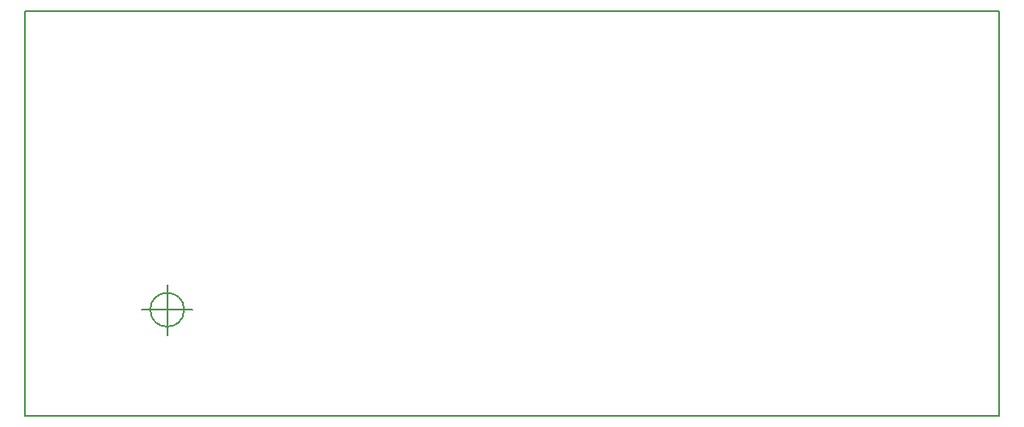
<source format=gko>
G04 #@! TF.FileFunction,Profile,NP*
%FSLAX46Y46*%
G04 Gerber Fmt 4.6, Leading zero omitted, Abs format (unit mm)*
G04 Created by KiCad (PCBNEW 4.0.7) date 08/13/18 20:02:33*
%MOMM*%
%LPD*%
G01*
G04 APERTURE LIST*
%ADD10C,0.100000*%
%ADD11C,0.150000*%
G04 APERTURE END LIST*
D10*
D11*
X98000000Y0D02*
X98000000Y-40000000D01*
X2000000Y-40000000D02*
X2000000Y0D01*
X17666666Y-29500000D02*
G75*
G03X17666666Y-29500000I-1666666J0D01*
G01*
X13500000Y-29500000D02*
X18500000Y-29500000D01*
X16000000Y-27000000D02*
X16000000Y-32000000D01*
X98000000Y-40000000D02*
X2000000Y-40000000D01*
X2000000Y0D02*
X98000000Y0D01*
M02*

</source>
